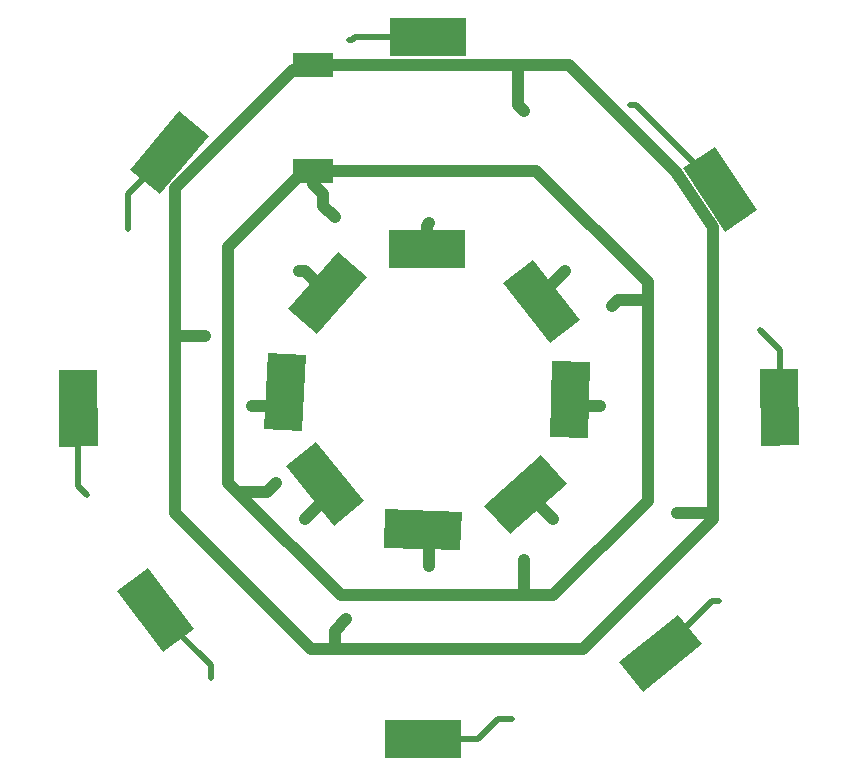
<source format=gbr>
G04 EAGLE Gerber RS-274X export*
G75*
%MOMM*%
%FSLAX34Y34*%
%LPD*%
%INBottom Copper*%
%IPPOS*%
%AMOC8*
5,1,8,0,0,1.08239X$1,22.5*%
G01*
G04 Define Apertures*
%ADD10R,6.451600X3.251200*%
%ADD11R,3.500000X2.000000*%
%ADD12C,1.016000*%
%ADD13C,0.502400*%
%ADD14C,0.508000*%
D10*
X-1000Y297500D03*
X-5200Y-296800D03*
G36*
X-313213Y-49034D02*
X-313776Y15478D01*
X-281267Y15762D01*
X-280704Y-48750D01*
X-313213Y-49034D01*
G37*
G36*
X312660Y16754D02*
X313448Y-47756D01*
X280940Y-48154D01*
X280152Y16356D01*
X312660Y16754D01*
G37*
G36*
X241627Y204656D02*
X277422Y150983D01*
X250373Y132944D01*
X214578Y186617D01*
X241627Y204656D01*
G37*
G36*
X230999Y-216433D02*
X180862Y-257033D01*
X160401Y-231767D01*
X210538Y-191167D01*
X230999Y-216433D01*
G37*
G36*
X-186738Y214119D02*
X-228120Y164626D01*
X-253062Y185481D01*
X-211680Y234974D01*
X-186738Y214119D01*
G37*
G36*
X-225494Y-222867D02*
X-264139Y-171208D01*
X-238106Y-151733D01*
X-199461Y-203392D01*
X-225494Y-222867D01*
G37*
X-2000Y118256D03*
G36*
X-37071Y-102001D02*
X27405Y-104252D01*
X26271Y-136743D01*
X-38205Y-134492D01*
X-37071Y-102001D01*
G37*
G36*
X-139843Y-34063D02*
X-136467Y30364D01*
X-104001Y28663D01*
X-107377Y-35764D01*
X-139843Y-34063D01*
G37*
G36*
X136411Y22741D02*
X134497Y-41746D01*
X102001Y-40781D01*
X103915Y23706D01*
X136411Y22741D01*
G37*
G36*
X88191Y109344D02*
X127910Y58506D01*
X102291Y38490D01*
X62572Y89328D01*
X88191Y109344D01*
G37*
G36*
X116628Y-80280D02*
X68534Y-123281D01*
X46864Y-99044D01*
X94958Y-56043D01*
X116628Y-80280D01*
G37*
G36*
X-119820Y67469D02*
X-77495Y116159D01*
X-52958Y94829D01*
X-95283Y46139D01*
X-119820Y67469D01*
G37*
G36*
X-80761Y-115925D02*
X-121361Y-65788D01*
X-96095Y-45327D01*
X-55495Y-95464D01*
X-80761Y-115925D01*
G37*
D11*
X-98507Y274198D03*
X-98507Y184198D03*
D12*
X-2000Y138000D02*
X0Y140000D01*
D13*
X0Y140000D03*
D12*
X-2000Y138000D02*
X-2000Y118256D01*
X240000Y-105000D02*
X240000Y-110000D01*
X130000Y-220000D01*
X-80000Y-220000D01*
X-100000Y-220000D01*
X-215000Y-105000D01*
X-215000Y45000D01*
X-215000Y170000D01*
X-115000Y270000D01*
D13*
X80000Y235000D03*
D12*
X75000Y240000D01*
D13*
X210000Y-105000D03*
D12*
X240000Y-105000D01*
X-80000Y-205000D02*
X-80000Y-220000D01*
X-80000Y-205000D02*
X-70000Y-195000D01*
D13*
X-70000Y-195000D03*
X-190000Y45000D03*
D12*
X-215000Y45000D01*
X-98507Y274198D02*
X75000Y274198D01*
X75000Y240000D01*
X75000Y274198D02*
X118394Y274198D01*
X208890Y183702D01*
X240000Y137054D01*
X240000Y-105000D01*
X90802Y184198D02*
X-98507Y184198D01*
X90802Y184198D02*
X185000Y90000D01*
X185000Y75000D01*
X185000Y-95000D01*
X105000Y-175000D01*
X80000Y-175000D01*
X-75000Y-175000D01*
X-162500Y-87500D01*
X-170000Y-80000D01*
X-170000Y120000D01*
X-105000Y185000D01*
D13*
X-80000Y145000D03*
D12*
X-90000Y155000D01*
X-90000Y165000D01*
X-98507Y173507D01*
X-98507Y184198D01*
D13*
X155000Y70000D03*
D12*
X160000Y75000D01*
X185000Y75000D01*
D13*
X80000Y-145000D03*
D12*
X80000Y-175000D01*
D13*
X-130000Y-80000D03*
D12*
X-137500Y-87500D01*
X-162500Y-87500D01*
X-86389Y81149D02*
X-105240Y100000D01*
X-110000Y100000D01*
D13*
X-110000Y100000D03*
X105000Y-110000D03*
D12*
X84662Y-89662D01*
X81746Y-89662D01*
D13*
X115000Y100000D03*
D12*
X95241Y80241D01*
X95241Y73917D01*
D13*
X-105000Y-110000D03*
D12*
X-88428Y-93428D01*
X-88428Y-80626D01*
D13*
X70000Y-280000D03*
D14*
X58000Y-280000D01*
X41200Y-296800D01*
X-5200Y-296800D01*
D13*
X-290000Y-90000D03*
D14*
X-297240Y-82760D01*
X-297240Y-16636D01*
D13*
X280000Y50000D03*
D14*
X296800Y33200D02*
X296800Y-15700D01*
X296800Y33200D02*
X280000Y50000D01*
D13*
X170000Y240000D03*
D14*
X174800Y240000D01*
X246000Y168800D01*
D13*
X245000Y-180000D03*
D14*
X239800Y-180000D01*
X195700Y-224100D01*
D13*
X-255000Y135000D03*
D14*
X-255000Y164700D01*
X-219900Y199800D01*
X-231800Y-187300D02*
X-185000Y-234100D01*
X-185000Y-245000D01*
D13*
X-185000Y-245000D03*
X0Y-150000D03*
D12*
X0Y-124772D01*
X-5400Y-119372D01*
D13*
X145000Y-15000D03*
D12*
X125186Y-15000D01*
X119206Y-9020D01*
X-121922Y-2700D02*
X-134222Y-15000D01*
X-150000Y-15000D01*
D13*
X-150000Y-15000D03*
D14*
X-65000Y295000D02*
X-62500Y297500D01*
X-1000Y297500D01*
D13*
X-67456Y295000D03*
D14*
X-65000Y295000D01*
M02*

</source>
